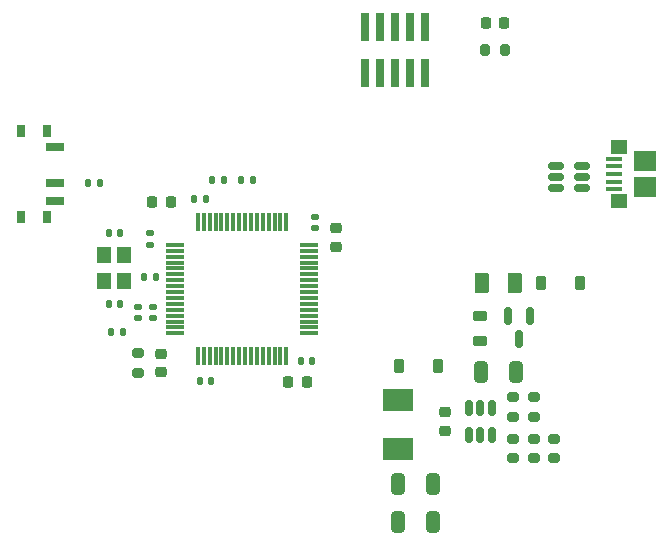
<source format=gbr>
%TF.GenerationSoftware,KiCad,Pcbnew,7.0.5*%
%TF.CreationDate,2023-06-12T20:17:58-07:00*%
%TF.ProjectId,kicad_tutorial,6b696361-645f-4747-9574-6f7269616c2e,rev?*%
%TF.SameCoordinates,Original*%
%TF.FileFunction,Paste,Top*%
%TF.FilePolarity,Positive*%
%FSLAX46Y46*%
G04 Gerber Fmt 4.6, Leading zero omitted, Abs format (unit mm)*
G04 Created by KiCad (PCBNEW 7.0.5) date 2023-06-12 20:17:58*
%MOMM*%
%LPD*%
G01*
G04 APERTURE LIST*
G04 Aperture macros list*
%AMRoundRect*
0 Rectangle with rounded corners*
0 $1 Rounding radius*
0 $2 $3 $4 $5 $6 $7 $8 $9 X,Y pos of 4 corners*
0 Add a 4 corners polygon primitive as box body*
4,1,4,$2,$3,$4,$5,$6,$7,$8,$9,$2,$3,0*
0 Add four circle primitives for the rounded corners*
1,1,$1+$1,$2,$3*
1,1,$1+$1,$4,$5*
1,1,$1+$1,$6,$7*
1,1,$1+$1,$8,$9*
0 Add four rect primitives between the rounded corners*
20,1,$1+$1,$2,$3,$4,$5,0*
20,1,$1+$1,$4,$5,$6,$7,0*
20,1,$1+$1,$6,$7,$8,$9,0*
20,1,$1+$1,$8,$9,$2,$3,0*%
G04 Aperture macros list end*
%ADD10RoundRect,0.200000X-0.275000X0.200000X-0.275000X-0.200000X0.275000X-0.200000X0.275000X0.200000X0*%
%ADD11R,2.500000X1.900000*%
%ADD12RoundRect,0.225000X-0.225000X-0.375000X0.225000X-0.375000X0.225000X0.375000X-0.225000X0.375000X0*%
%ADD13RoundRect,0.225000X0.225000X0.250000X-0.225000X0.250000X-0.225000X-0.250000X0.225000X-0.250000X0*%
%ADD14RoundRect,0.140000X-0.140000X-0.170000X0.140000X-0.170000X0.140000X0.170000X-0.140000X0.170000X0*%
%ADD15RoundRect,0.135000X0.135000X0.185000X-0.135000X0.185000X-0.135000X-0.185000X0.135000X-0.185000X0*%
%ADD16RoundRect,0.150000X0.150000X-0.512500X0.150000X0.512500X-0.150000X0.512500X-0.150000X-0.512500X0*%
%ADD17RoundRect,0.250000X-0.325000X-0.650000X0.325000X-0.650000X0.325000X0.650000X-0.325000X0.650000X0*%
%ADD18RoundRect,0.218750X0.256250X-0.218750X0.256250X0.218750X-0.256250X0.218750X-0.256250X-0.218750X0*%
%ADD19RoundRect,0.135000X-0.135000X-0.185000X0.135000X-0.185000X0.135000X0.185000X-0.135000X0.185000X0*%
%ADD20R,1.200000X1.400000*%
%ADD21RoundRect,0.200000X0.275000X-0.200000X0.275000X0.200000X-0.275000X0.200000X-0.275000X-0.200000X0*%
%ADD22RoundRect,0.147500X-0.147500X-0.172500X0.147500X-0.172500X0.147500X0.172500X-0.147500X0.172500X0*%
%ADD23RoundRect,0.140000X0.170000X-0.140000X0.170000X0.140000X-0.170000X0.140000X-0.170000X-0.140000X0*%
%ADD24RoundRect,0.225000X-0.225000X-0.250000X0.225000X-0.250000X0.225000X0.250000X-0.225000X0.250000X0*%
%ADD25RoundRect,0.075000X-0.700000X-0.075000X0.700000X-0.075000X0.700000X0.075000X-0.700000X0.075000X0*%
%ADD26RoundRect,0.075000X-0.075000X-0.700000X0.075000X-0.700000X0.075000X0.700000X-0.075000X0.700000X0*%
%ADD27RoundRect,0.218750X-0.381250X0.218750X-0.381250X-0.218750X0.381250X-0.218750X0.381250X0.218750X0*%
%ADD28R,1.500000X0.700000*%
%ADD29R,0.800000X1.000000*%
%ADD30RoundRect,0.225000X0.250000X-0.225000X0.250000X0.225000X-0.250000X0.225000X-0.250000X-0.225000X0*%
%ADD31RoundRect,0.140000X0.140000X0.170000X-0.140000X0.170000X-0.140000X-0.170000X0.140000X-0.170000X0*%
%ADD32RoundRect,0.218750X0.218750X0.256250X-0.218750X0.256250X-0.218750X-0.256250X0.218750X-0.256250X0*%
%ADD33RoundRect,0.150000X0.512500X0.150000X-0.512500X0.150000X-0.512500X-0.150000X0.512500X-0.150000X0*%
%ADD34RoundRect,0.250000X0.375000X0.625000X-0.375000X0.625000X-0.375000X-0.625000X0.375000X-0.625000X0*%
%ADD35RoundRect,0.150000X-0.150000X0.587500X-0.150000X-0.587500X0.150000X-0.587500X0.150000X0.587500X0*%
%ADD36R,0.740000X2.400000*%
%ADD37R,1.400000X0.400000*%
%ADD38R,1.450000X1.150000*%
%ADD39R,1.900000X1.750000*%
%ADD40RoundRect,0.200000X-0.200000X-0.275000X0.200000X-0.275000X0.200000X0.275000X-0.200000X0.275000X0*%
G04 APERTURE END LIST*
D10*
%TO.C,R8*%
X166250000Y-112425000D03*
X166250000Y-114075000D03*
%TD*%
D11*
%TO.C,L2*%
X152987500Y-109150000D03*
X152987500Y-113250000D03*
%TD*%
D12*
%TO.C,D3*%
X165100000Y-99250000D03*
X168400000Y-99250000D03*
%TD*%
D13*
%TO.C,C3*%
X133775000Y-92380000D03*
X132225000Y-92380000D03*
%TD*%
D14*
%TO.C,C8*%
X135770000Y-92130000D03*
X136730000Y-92130000D03*
%TD*%
D15*
%TO.C,R10*%
X138260000Y-90500000D03*
X137240000Y-90500000D03*
%TD*%
D16*
%TO.C,U1*%
X159050000Y-112087500D03*
X160000000Y-112087500D03*
X160950000Y-112087500D03*
X160950000Y-109812500D03*
X160000000Y-109812500D03*
X159050000Y-109812500D03*
%TD*%
D17*
%TO.C,C15*%
X153025000Y-116250000D03*
X155975000Y-116250000D03*
%TD*%
D14*
%TO.C,C6*%
X144770000Y-105880000D03*
X145730000Y-105880000D03*
%TD*%
D18*
%TO.C,D1*%
X132995000Y-106787500D03*
X132995000Y-105212500D03*
%TD*%
D19*
%TO.C,R2*%
X131490000Y-98750000D03*
X132510000Y-98750000D03*
%TD*%
D20*
%TO.C,Y1*%
X128145000Y-96900000D03*
X128145000Y-99100000D03*
X129845000Y-99100000D03*
X129845000Y-96900000D03*
%TD*%
D17*
%TO.C,C16*%
X153050000Y-119500000D03*
X156000000Y-119500000D03*
%TD*%
D21*
%TO.C,R7*%
X164500000Y-114075000D03*
X164500000Y-112425000D03*
%TD*%
D22*
%TO.C,L1*%
X128760000Y-103420000D03*
X129730000Y-103420000D03*
%TD*%
D23*
%TO.C,C4*%
X131995000Y-95980000D03*
X131995000Y-95020000D03*
%TD*%
D24*
%TO.C,C2*%
X143725000Y-107630000D03*
X145275000Y-107630000D03*
%TD*%
D25*
%TO.C,U2*%
X134145000Y-96000000D03*
X134145000Y-96500000D03*
X134145000Y-97000000D03*
X134145000Y-97500000D03*
X134145000Y-98000000D03*
X134145000Y-98500000D03*
X134145000Y-99000000D03*
X134145000Y-99500000D03*
X134145000Y-100000000D03*
X134145000Y-100500000D03*
X134145000Y-101000000D03*
X134145000Y-101500000D03*
X134145000Y-102000000D03*
X134145000Y-102500000D03*
X134145000Y-103000000D03*
X134145000Y-103500000D03*
D26*
X136070000Y-105425000D03*
X136570000Y-105425000D03*
X137070000Y-105425000D03*
X137570000Y-105425000D03*
X138070000Y-105425000D03*
X138570000Y-105425000D03*
X139070000Y-105425000D03*
X139570000Y-105425000D03*
X140070000Y-105425000D03*
X140570000Y-105425000D03*
X141070000Y-105425000D03*
X141570000Y-105425000D03*
X142070000Y-105425000D03*
X142570000Y-105425000D03*
X143070000Y-105425000D03*
X143570000Y-105425000D03*
D25*
X145495000Y-103500000D03*
X145495000Y-103000000D03*
X145495000Y-102500000D03*
X145495000Y-102000000D03*
X145495000Y-101500000D03*
X145495000Y-101000000D03*
X145495000Y-100500000D03*
X145495000Y-100000000D03*
X145495000Y-99500000D03*
X145495000Y-99000000D03*
X145495000Y-98500000D03*
X145495000Y-98000000D03*
X145495000Y-97500000D03*
X145495000Y-97000000D03*
X145495000Y-96500000D03*
X145495000Y-96000000D03*
D26*
X143570000Y-94075000D03*
X143070000Y-94075000D03*
X142570000Y-94075000D03*
X142070000Y-94075000D03*
X141570000Y-94075000D03*
X141070000Y-94075000D03*
X140570000Y-94075000D03*
X140070000Y-94075000D03*
X139570000Y-94075000D03*
X139070000Y-94075000D03*
X138570000Y-94075000D03*
X138070000Y-94075000D03*
X137570000Y-94075000D03*
X137070000Y-94075000D03*
X136570000Y-94075000D03*
X136070000Y-94075000D03*
%TD*%
D27*
%TO.C,FB1*%
X160000000Y-102025000D03*
X160000000Y-104150000D03*
%TD*%
D19*
%TO.C,R9*%
X139740000Y-90500000D03*
X140760000Y-90500000D03*
%TD*%
D28*
%TO.C,SW1*%
X123940000Y-92250000D03*
X123940000Y-90750000D03*
X123940000Y-87750000D03*
D29*
X121080000Y-93650000D03*
X123290000Y-93650000D03*
X121080000Y-86350000D03*
X123290000Y-86350000D03*
%TD*%
D23*
%TO.C,C10*%
X132245000Y-102210000D03*
X132245000Y-101250000D03*
%TD*%
D12*
%TO.C,D2*%
X153100000Y-106250000D03*
X156400000Y-106250000D03*
%TD*%
D30*
%TO.C,C14*%
X157000000Y-111725000D03*
X157000000Y-110175000D03*
%TD*%
D14*
%TO.C,C12*%
X128515000Y-95000000D03*
X129475000Y-95000000D03*
%TD*%
D30*
%TO.C,C1*%
X147750000Y-96155000D03*
X147750000Y-94605000D03*
%TD*%
D31*
%TO.C,C11*%
X129475000Y-101000000D03*
X128515000Y-101000000D03*
%TD*%
D32*
%TO.C,D4*%
X162037500Y-77250000D03*
X160462500Y-77250000D03*
%TD*%
D15*
%TO.C,R1*%
X127760000Y-90750000D03*
X126740000Y-90750000D03*
%TD*%
D33*
%TO.C,U3*%
X168637500Y-91200000D03*
X168637500Y-90250000D03*
X168637500Y-89300000D03*
X166362500Y-89300000D03*
X166362500Y-90250000D03*
X166362500Y-91200000D03*
%TD*%
D34*
%TO.C,F1*%
X162900000Y-99250000D03*
X160100000Y-99250000D03*
%TD*%
D35*
%TO.C,Q1*%
X164200000Y-102062500D03*
X162300000Y-102062500D03*
X163250000Y-103937500D03*
%TD*%
D36*
%TO.C,J2*%
X155290000Y-77550000D03*
X155290000Y-81450000D03*
X154020000Y-77550000D03*
X154020000Y-81450000D03*
X152750000Y-77550000D03*
X152750000Y-81450000D03*
X151480000Y-77550000D03*
X151480000Y-81450000D03*
X150210000Y-77550000D03*
X150210000Y-81450000D03*
%TD*%
D10*
%TO.C,R6*%
X162750000Y-112425000D03*
X162750000Y-114075000D03*
%TD*%
D21*
%TO.C,R4*%
X162750000Y-110575000D03*
X162750000Y-108925000D03*
%TD*%
D31*
%TO.C,C5*%
X137230000Y-107500000D03*
X136270000Y-107500000D03*
%TD*%
D23*
%TO.C,C7*%
X146000000Y-94610000D03*
X146000000Y-93650000D03*
%TD*%
D10*
%TO.C,R5*%
X164500000Y-108925000D03*
X164500000Y-110575000D03*
%TD*%
D23*
%TO.C,C9*%
X130995000Y-102210000D03*
X130995000Y-101250000D03*
%TD*%
D10*
%TO.C,R3*%
X130995000Y-105175000D03*
X130995000Y-106825000D03*
%TD*%
D37*
%TO.C,J5*%
X171300000Y-91300000D03*
X171300000Y-90650000D03*
X171300000Y-90000000D03*
X171300000Y-89350000D03*
X171300000Y-88700000D03*
D38*
X171720000Y-92320000D03*
D39*
X173950000Y-91125000D03*
X173950000Y-88875000D03*
D38*
X171720000Y-87680000D03*
%TD*%
D17*
%TO.C,C13*%
X160025000Y-106750000D03*
X162975000Y-106750000D03*
%TD*%
D40*
%TO.C,R11*%
X160425000Y-79500000D03*
X162075000Y-79500000D03*
%TD*%
M02*

</source>
